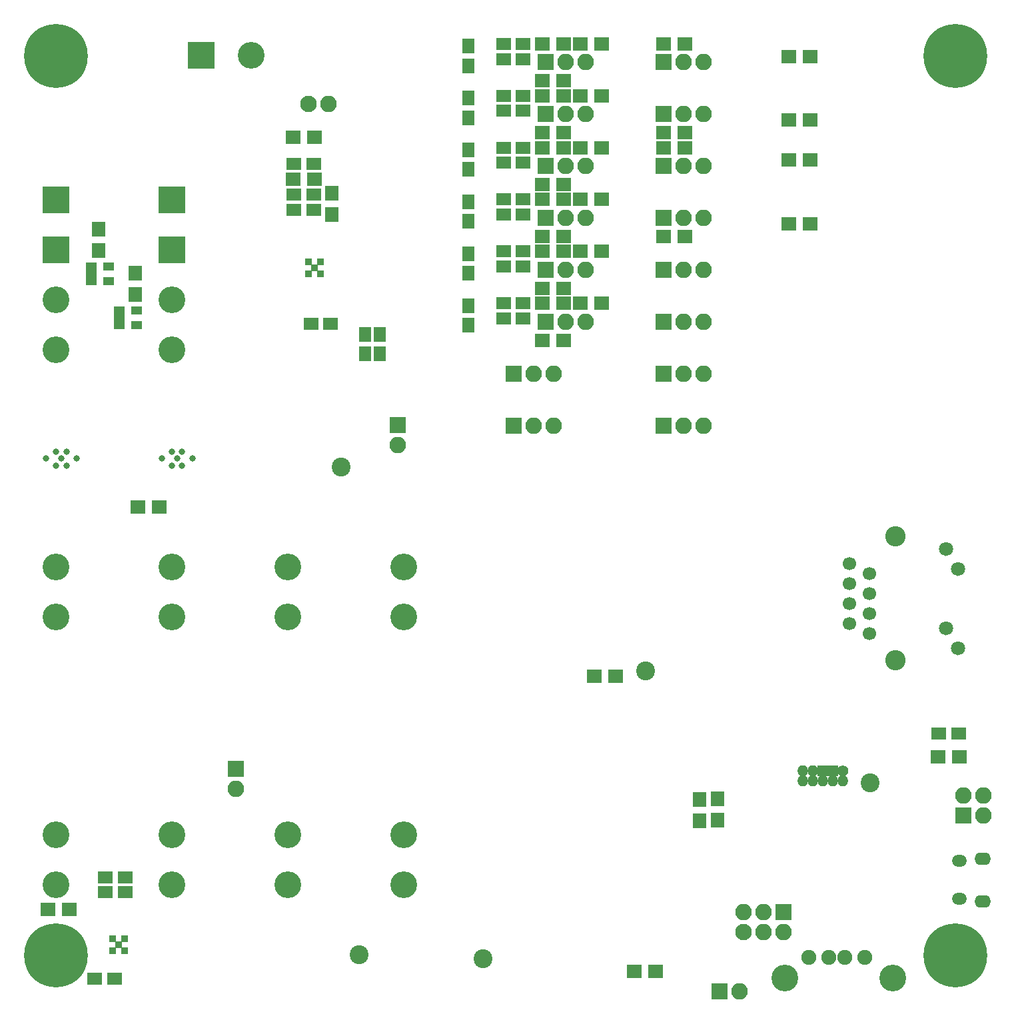
<source format=gbr>
G04 #@! TF.FileFunction,Soldermask,Bot*
%FSLAX46Y46*%
G04 Gerber Fmt 4.6, Leading zero omitted, Abs format (unit mm)*
G04 Created by KiCad (PCBNEW 4.0.6) date 01/31/18 03:36:11*
%MOMM*%
%LPD*%
G01*
G04 APERTURE LIST*
%ADD10C,0.100000*%
%ADD11R,2.100000X2.100000*%
%ADD12O,2.100000X2.100000*%
%ADD13C,3.400000*%
%ADD14R,1.900000X1.700000*%
%ADD15R,1.650000X1.900000*%
%ADD16R,1.900000X1.650000*%
%ADD17C,2.100000*%
%ADD18O,1.900000X1.500000*%
%ADD19O,2.100000X1.600000*%
%ADD20R,1.700000X1.900000*%
%ADD21R,0.900000X0.900000*%
%ADD22C,1.400000*%
%ADD23O,1.400000X1.400000*%
%ADD24R,1.400000X1.400000*%
%ADD25C,8.100000*%
%ADD26C,1.100000*%
%ADD27R,3.400000X3.400000*%
%ADD28C,0.800000*%
%ADD29C,1.700000*%
%ADD30C,2.584400*%
%ADD31C,1.808000*%
%ADD32C,1.901140*%
%ADD33C,3.399740*%
%ADD34R,1.460000X1.050000*%
%ADD35C,2.400000*%
G04 APERTURE END LIST*
D10*
D11*
X90683080Y-125227080D03*
D12*
X93223080Y-125227080D03*
D13*
X21040000Y-105295000D03*
X21040000Y-111645000D03*
D14*
X86250000Y-29300000D03*
X83550000Y-29300000D03*
X86250000Y-18000000D03*
X83550000Y-18000000D03*
X102150000Y-27700000D03*
X99450000Y-27700000D03*
X102150000Y-19600000D03*
X99450000Y-19600000D03*
D11*
X83560000Y-26950000D03*
D12*
X86100000Y-26950000D03*
X88640000Y-26950000D03*
D11*
X83560000Y-20350000D03*
D12*
X86100000Y-20350000D03*
X88640000Y-20350000D03*
D15*
X58770000Y-38090000D03*
X58770000Y-40590000D03*
X58770000Y-31490000D03*
X58770000Y-33990000D03*
X58770000Y-24890000D03*
X58770000Y-27390000D03*
X58770000Y-18290000D03*
X58770000Y-20790000D03*
D16*
X65720000Y-39740000D03*
X63220000Y-39740000D03*
X65720000Y-33140000D03*
X63220000Y-33140000D03*
X65720000Y-26540000D03*
X63220000Y-26540000D03*
X65720000Y-19940000D03*
X63220000Y-19940000D03*
X63220000Y-37800000D03*
X65720000Y-37800000D03*
X63220000Y-31200000D03*
X65720000Y-31200000D03*
X63220000Y-24600000D03*
X65720000Y-24600000D03*
X63220000Y-18000000D03*
X65720000Y-18000000D03*
D14*
X68140000Y-37800000D03*
X70840000Y-37800000D03*
X68140000Y-31200000D03*
X70840000Y-31200000D03*
X68140000Y-24600000D03*
X70840000Y-24600000D03*
X68140000Y-18000000D03*
X70840000Y-18000000D03*
X75690000Y-37800000D03*
X72990000Y-37800000D03*
X75690000Y-31200000D03*
X72990000Y-31200000D03*
X75690000Y-24600000D03*
X72990000Y-24600000D03*
X75690000Y-18000000D03*
X72990000Y-18000000D03*
X68140000Y-42500000D03*
X70840000Y-42500000D03*
X68140000Y-35900000D03*
X70840000Y-35900000D03*
X68140000Y-29300000D03*
X70840000Y-29300000D03*
X68140000Y-22700000D03*
X70840000Y-22700000D03*
D11*
X68590000Y-40150000D03*
D12*
X71130000Y-40150000D03*
X73670000Y-40150000D03*
D11*
X68590000Y-33550000D03*
D12*
X71130000Y-33550000D03*
X73670000Y-33550000D03*
D11*
X68590000Y-26950000D03*
D12*
X71130000Y-26950000D03*
X73670000Y-26950000D03*
D11*
X68590000Y-20350000D03*
D12*
X71130000Y-20350000D03*
X73670000Y-20350000D03*
D14*
X68140000Y-16100000D03*
X70840000Y-16100000D03*
D16*
X63220000Y-11400000D03*
X65720000Y-11400000D03*
X65720000Y-13340000D03*
X63220000Y-13340000D03*
D15*
X58770000Y-11690000D03*
X58770000Y-14190000D03*
D14*
X75690000Y-11400000D03*
X72990000Y-11400000D03*
X68140000Y-11400000D03*
X70840000Y-11400000D03*
D11*
X68590000Y-13750000D03*
D12*
X71130000Y-13750000D03*
X73670000Y-13750000D03*
D16*
X39100000Y-20100000D03*
X36600000Y-20100000D03*
X39100000Y-25950000D03*
X36600000Y-25950000D03*
X39100000Y-24000000D03*
X36600000Y-24000000D03*
X38725000Y-40375000D03*
X41225000Y-40375000D03*
D15*
X45602776Y-44207268D03*
X45602776Y-41707268D03*
X47502776Y-44207268D03*
X47502776Y-41707268D03*
D16*
X15118580Y-112625060D03*
X12618580Y-112625060D03*
X15118580Y-110725060D03*
X12618580Y-110725060D03*
X13750000Y-123650000D03*
X11250000Y-123650000D03*
X63220000Y-4800000D03*
X65720000Y-4800000D03*
X65720000Y-6740000D03*
X63220000Y-6740000D03*
D15*
X58770000Y-5090000D03*
X58770000Y-7590000D03*
D16*
X118550000Y-92450000D03*
X121050000Y-92450000D03*
D17*
X38410000Y-12450000D03*
D12*
X40950000Y-12450000D03*
D17*
X93726000Y-117729000D03*
D12*
X93726000Y-115189000D03*
X96266000Y-117729000D03*
X96266000Y-115189000D03*
X98806000Y-117729000D03*
D11*
X98806000Y-115189000D03*
D18*
X121150000Y-113500000D03*
X121150000Y-108660000D03*
D19*
X124150000Y-113810000D03*
X124150000Y-108350000D03*
D14*
X39200000Y-22050000D03*
X36500000Y-22050000D03*
X39200000Y-16675000D03*
X36500000Y-16675000D03*
D20*
X41375000Y-26475000D03*
X41375000Y-23775000D03*
D14*
X8040360Y-114848640D03*
X5340360Y-114848640D03*
X77423000Y-85217000D03*
X74723000Y-85217000D03*
X102150000Y-6400000D03*
X99450000Y-6400000D03*
X102150000Y-14500000D03*
X99450000Y-14500000D03*
X75690000Y-4800000D03*
X72990000Y-4800000D03*
X68140000Y-4800000D03*
X70840000Y-4800000D03*
X68140000Y-9500000D03*
X70840000Y-9500000D03*
X16750000Y-63650000D03*
X19450000Y-63650000D03*
X82503000Y-122682000D03*
X79803000Y-122682000D03*
D20*
X16440000Y-34000000D03*
X16440000Y-36700000D03*
X11790000Y-28380000D03*
X11790000Y-31080000D03*
D14*
X118450000Y-95400000D03*
X121150000Y-95400000D03*
D21*
X39200000Y-33275000D03*
X38450000Y-34025000D03*
X39950000Y-34025000D03*
X39950000Y-32525000D03*
X38450000Y-32525000D03*
X14325600Y-119331740D03*
X13575600Y-120081740D03*
X15075600Y-120081740D03*
X15075600Y-118581740D03*
X13575600Y-118581740D03*
D22*
X106290000Y-97230000D03*
D23*
X106290000Y-98500000D03*
D24*
X105020000Y-97230000D03*
D23*
X105020000Y-98500000D03*
D24*
X103750000Y-97230000D03*
D23*
X103750000Y-98500000D03*
X102480000Y-97230000D03*
X102480000Y-98500000D03*
X101210000Y-97230000D03*
X101210000Y-98500000D03*
D25*
X120650000Y-120650000D03*
D26*
X117850000Y-120650000D03*
X122629890Y-122629890D03*
X120650000Y-123450000D03*
X118670110Y-122629890D03*
X123450000Y-120650000D03*
X118670110Y-118670110D03*
X120650000Y-117850000D03*
X122629890Y-118670110D03*
D25*
X6350000Y-120650000D03*
D26*
X3550000Y-120650000D03*
X8329890Y-122629890D03*
X6350000Y-123450000D03*
X4370110Y-122629890D03*
X9150000Y-120650000D03*
X4370110Y-118670110D03*
X6350000Y-117850000D03*
X8329890Y-118670110D03*
D25*
X120650000Y-6350000D03*
D26*
X117850000Y-6350000D03*
X122629890Y-8329890D03*
X120650000Y-9150000D03*
X118670110Y-8329890D03*
X123450000Y-6350000D03*
X118670110Y-4370110D03*
X120650000Y-3550000D03*
X122629890Y-4370110D03*
D25*
X6350000Y-6350000D03*
D26*
X3550000Y-6350000D03*
X8329890Y-8329890D03*
X6350000Y-9150000D03*
X4370110Y-8329890D03*
X9150000Y-6350000D03*
X4370110Y-4370110D03*
X6350000Y-3550000D03*
X8329890Y-4370110D03*
D14*
X86250000Y-4800000D03*
X83550000Y-4800000D03*
X86250000Y-16100000D03*
X83550000Y-16100000D03*
D13*
X6310000Y-37375000D03*
D27*
X6310000Y-31025000D03*
D13*
X6310000Y-43725000D03*
D27*
X6310000Y-24675000D03*
D13*
X21040000Y-37375000D03*
D27*
X21040000Y-31025000D03*
D13*
X21040000Y-43725000D03*
D27*
X21040000Y-24675000D03*
D13*
X21040000Y-71325000D03*
X21040000Y-77675000D03*
X50500000Y-71325000D03*
X50500000Y-77675000D03*
X35770000Y-71325000D03*
X35770000Y-77675000D03*
X6310000Y-71325000D03*
X6310000Y-77675000D03*
X31175000Y-6310000D03*
D27*
X24825000Y-6310000D03*
D13*
X50500000Y-105295000D03*
X50500000Y-111645000D03*
X35770000Y-105295000D03*
X35770000Y-111645000D03*
X6310000Y-105295000D03*
X6310000Y-111645000D03*
D28*
X21730000Y-57515000D03*
X23680000Y-57515000D03*
X19780000Y-57515000D03*
X22380000Y-58415000D03*
X21080000Y-58415000D03*
X22380000Y-56615000D03*
X21080000Y-56615000D03*
X7000000Y-57515000D03*
X8950000Y-57515000D03*
X5050000Y-57515000D03*
X7650000Y-58415000D03*
X6350000Y-58415000D03*
X7650000Y-56615000D03*
X6350000Y-56615000D03*
D11*
X83560000Y-7150000D03*
D12*
X86100000Y-7150000D03*
X88640000Y-7150000D03*
D11*
X83560000Y-13750000D03*
D12*
X86100000Y-13750000D03*
X88640000Y-13750000D03*
D11*
X64490000Y-46750000D03*
D12*
X67030000Y-46750000D03*
X69570000Y-46750000D03*
D11*
X64490000Y-53350000D03*
D12*
X67030000Y-53350000D03*
X69570000Y-53350000D03*
D11*
X68590000Y-7150000D03*
D12*
X71130000Y-7150000D03*
X73670000Y-7150000D03*
D11*
X83560000Y-33550000D03*
D12*
X86100000Y-33550000D03*
X88640000Y-33550000D03*
D11*
X83560000Y-40150000D03*
D12*
X86100000Y-40150000D03*
X88640000Y-40150000D03*
D11*
X83560000Y-46750000D03*
D12*
X86100000Y-46750000D03*
X88640000Y-46750000D03*
D11*
X83560000Y-53350000D03*
D12*
X86100000Y-53350000D03*
X88640000Y-53350000D03*
D29*
X107211910Y-70855790D03*
X109751910Y-72125790D03*
X107211910Y-73395790D03*
X109751910Y-74665791D03*
X107211910Y-75935791D03*
X109751910Y-77205790D03*
X107211910Y-78475790D03*
X109751910Y-79745790D03*
D30*
X113051910Y-83175790D03*
X113051910Y-67425790D03*
D31*
X119480500Y-68974530D03*
X121000500Y-81624530D03*
X119480000Y-79086380D03*
X121000000Y-71516380D03*
D20*
X90424000Y-103458000D03*
X90424000Y-100758000D03*
X88138000Y-103585000D03*
X88138000Y-100885000D03*
D11*
X121660000Y-102850000D03*
D12*
X121660000Y-100310000D03*
X124200000Y-102850000D03*
X124200000Y-100310000D03*
D11*
X49750000Y-53250000D03*
D12*
X49750000Y-55790000D03*
D11*
X29184600Y-96941640D03*
D12*
X29184600Y-99481640D03*
D32*
X101980140Y-120901880D03*
X104520140Y-120901880D03*
X106552140Y-120901880D03*
X109092140Y-120901880D03*
D33*
X98932140Y-123568880D03*
X112648140Y-123568880D03*
D34*
X10843080Y-34991080D03*
X10843080Y-34041080D03*
X10843080Y-33091080D03*
X13043080Y-33091080D03*
X13043080Y-34991080D03*
X14399080Y-40579080D03*
X14399080Y-39629080D03*
X14399080Y-38679080D03*
X16599080Y-38679080D03*
X16599080Y-40579080D03*
D35*
X42600880Y-58602880D03*
X44836080Y-120578880D03*
X81285080Y-84536280D03*
X60584080Y-121086880D03*
X109783880Y-98734880D03*
M02*

</source>
